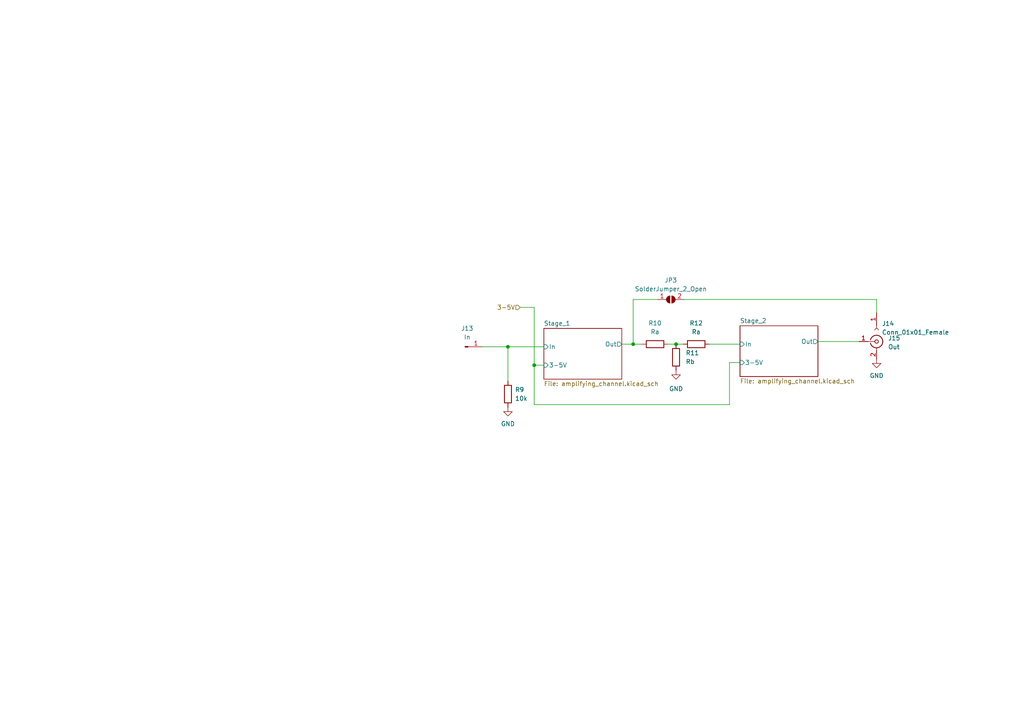
<source format=kicad_sch>
(kicad_sch (version 20211123) (generator eeschema)
  (paper "A4")
  (lib_symbols
    (symbol "Connector:Conn_01x01_Female" (pin_names (offset 1.016) hide)
      (property "Reference" "J" (at 0 2.54 0))
      (property "Value" "Conn_01x01_Female" (at 0 -2.54 0))
      (symbol "Conn_01x01_Female_1_1"
        (polyline (pts (xy -1.27 0) (xy -0.508 0)) (stroke (width 0.1524)))
        (arc (start 0 0.508) (mid -0.508 0) (end 0 -0.508) (stroke (width 0.1524)))
        (pin passive line (at -5.08 0 0) (length 3.81) (name "Pin_1") (number "1"))
      )
    )
    (symbol "Connector:Conn_01x01_Male" (pin_names (offset 1.016) hide)
      (property "Reference" "J" (at 0 2.54 0))
      (property "Value" "Conn_01x01_Male" (at 0 -2.54 0))
      (symbol "Conn_01x01_Male_1_1"
        (polyline (pts (xy 1.27 0) (xy 0.8636 0)) (stroke (width 0.1524)))
        (rectangle (start 0.8636 0.127) (end 0 -0.127) (stroke (width 0.1524)) (fill (type outline)))
        (pin passive line (at 5.08 0 180) (length 3.81) (name "Pin_1") (number "1"))
      )
    )
    (symbol "Connector:Conn_Coaxial" (pin_names (offset 1.016) hide)
      (property "Reference" "J" (at 0.254 3.048 0))
      (property "Value" "Conn_Coaxial" (at 2.921 0 90))
      (symbol "Conn_Coaxial_0_1"
        (arc (start -1.778 -0.508) (mid 0.2311 -1.8066) (end 1.778 0) (stroke (width 0.254)))
        (polyline (pts (xy -2.54 0) (xy -0.508 0)))
        (polyline (pts (xy 0 -2.54) (xy 0 -1.778)))
        (circle (center 0 0) (radius 0.508) (stroke (width 0.2032)))
        (arc (start 1.778 0) (mid 0.2099 1.8101) (end -1.778 0.508) (stroke (width 0.254)))
      )
      (symbol "Conn_Coaxial_1_1"
        (pin passive line (at -5.08 0 0) (length 2.54) (name "In") (number "1"))
        (pin passive line (at 0 -5.08 90) (length 2.54) (name "Ext") (number "2"))
      )
    )
    (symbol "Device:R" (pin_numbers hide) (pin_names (offset 0))
      (property "Reference" "R" (at 2.032 0 90))
      (property "Value" "R" (at 0 0 90))
      (symbol "R_0_1"
        (rectangle (start -1.016 -2.54) (end 1.016 2.54) (stroke (width 0.254)))
      )
      (symbol "R_1_1"
        (pin passive line (at 0 3.81 270) (length 1.27) (name "~") (number "1"))
        (pin passive line (at 0 -3.81 90) (length 1.27) (name "~") (number "2"))
      )
    )
    (symbol "Jumper:SolderJumper_2_Open" (pin_names (offset 0) hide)
      (property "Reference" "JP" (at 0 2.032 0))
      (property "Value" "SolderJumper_2_Open" (at 0 -2.54 0))
      (symbol "SolderJumper_2_Open_0_1"
        (arc (start -0.254 1.016) (mid -1.27 0) (end -0.254 -1.016))
        (arc (start -0.254 1.016) (mid -1.27 0) (end -0.254 -1.016) (fill (type outline)))
        (polyline (pts (xy -0.254 1.016) (xy -0.254 -1.016)))
        (polyline (pts (xy 0.254 1.016) (xy 0.254 -1.016)))
        (arc (start 0.254 -1.016) (mid 1.27 0) (end 0.254 1.016))
        (arc (start 0.254 -1.016) (mid 1.27 0) (end 0.254 1.016) (fill (type outline)))
      )
      (symbol "SolderJumper_2_Open_1_1"
        (pin passive line (at -3.81 0 0) (length 2.54) (name "A") (number "1"))
        (pin passive line (at 3.81 0 180) (length 2.54) (name "B") (number "2"))
      )
    )
    (symbol "power:GND" (power) (pin_names (offset 0))
      (property "Value" "GND" (at 0 -3.81 0))
      (symbol "GND_0_1"
        (polyline (pts (xy 0 0) (xy 0 -1.27) (xy 1.27 -1.27) (xy 0 -2.54) (xy -1.27 -1.27) (xy 0 -1.27)))
      )
      (symbol "GND_1_1"
        (pin power_in line (at 0 0 270) (length 0) hide (name "GND") (number "1"))
      )
    )
  )
  (junction (at 147.32 100.584))
  (junction (at 154.94 105.918))
  (junction (at 183.642 99.822))
  (junction (at 196.088 99.822))
  (wire (pts (xy 139.954 100.584) (xy 147.32 100.584)))
  (wire (pts (xy 193.802 99.822) (xy 196.088 99.822)))
  (wire (pts (xy 183.642 99.822) (xy 186.182 99.822)))
  (wire (pts (xy 190.754 86.868) (xy 183.642 86.868)))
  (wire (pts (xy 254.254 86.868) (xy 254.254 90.678)))
  (wire (pts (xy 214.63 105.156) (xy 211.582 105.156)))
  (wire (pts (xy 196.088 99.822) (xy 198.12 99.822)))
  (wire (pts (xy 147.32 100.584) (xy 147.32 110.49)))
  (wire (pts (xy 198.374 86.868) (xy 254.254 86.868)))
  (wire (pts (xy 154.94 105.918) (xy 154.94 117.348)))
  (wire (pts (xy 211.582 105.156) (xy 211.582 117.348)))
  (wire (pts (xy 157.734 100.584) (xy 147.32 100.584)))
  (wire (pts (xy 154.94 89.154) (xy 154.94 105.918)))
  (wire (pts (xy 183.642 86.868) (xy 183.642 99.822)))
  (wire (pts (xy 205.74 99.822) (xy 214.63 99.822)))
  (wire (pts (xy 180.34 99.822) (xy 183.642 99.822)))
  (wire (pts (xy 150.876 89.154) (xy 154.94 89.154)))
  (wire (pts (xy 237.236 99.06) (xy 249.174 99.06)))
  (wire (pts (xy 154.94 105.918) (xy 157.734 105.918)))
  (wire (pts (xy 211.582 117.348) (xy 154.94 117.348)))
  (hierarchical_label "3-5V" (shape input) (at 150.876 89.154 180))
  (symbol (lib_id "Connector:Conn_01x01_Male") (at 134.874 100.584 0) (unit 1)
    (property "Reference" "J13" (at 135.509 95.25 0))
    (property "Value" "In" (at 135.509 97.79 0))
    (property "Footprint" "chubut:MILL-MAX_0965-0-15-20-80-14-11-0" (effects hide))
    (property "Datasheet" "https://www.mill-max.com/products/pin/0965/0965-0-15-20-80-14-11-0?s_term=0965-0-15-20-80-14-11-0&s_type=Quick%2FProduct%2FPart+Number+Search" (effects hide))
    (property "Manufacturer number" "0965-0-15-20-80-14-11-0" (effects hide))
    (property "Manufacturer" "Mill-Max Manufacturing Corp." (effects hide))
  )
  (symbol (lib_id "Connector:Conn_Coaxial") (at 254.254 99.06 0) (unit 1)
    (property "Reference" "J15" (at 257.556 98.0831 0) (effects (justify left)))
    (property "Value" "Out" (at 257.556 100.6231 0) (effects (justify left)))
    (property "Footprint" "chubut:MMCX-J-P-H-RA-TH1" (effects hide))
    (property "Datasheet" "http://suddendocs.samtec.com/catalog_english/mmcx.pdf" (effects hide))
    (property "Manufacturer number" "MMCX-J-P-H-RA-TH1" (effects hide))
    (property "Manufacturer" "Samtec Inc." (effects hide))
    (property "Digikey" "https://www.digikey.ch/short/n387fprw" (effects hide))
  )
  (symbol (lib_id "Device:R") (at 147.32 114.3 0) (unit 1)
    (property "Reference" "R9" (at 149.352 113.0299 0) (effects (justify left)))
    (property "Value" "10k" (at 149.352 115.5699 0) (effects (justify left)))
    (property "Footprint" "Resistor_SMD:R_0402_1005Metric" (effects hide))
  )
  (symbol (lib_id "Connector:Conn_01x01_Female") (at 254.254 95.758 270) (unit 1)
    (property "Reference" "J14" (at 255.778 93.8529 90) (effects (justify left)))
    (property "Value" "Conn_01x01_Female" (at 255.778 96.3929 90) (effects (justify left)))
    (property "Footprint" "chubut:just_a_pad" (effects hide))
  )
  (symbol (lib_id "Device:R") (at 196.088 103.632 180) (unit 1)
    (property "Reference" "R11" (at 198.882 102.3619 0) (effects (justify right)))
    (property "Value" "Rb" (at 198.882 104.9019 0) (effects (justify right)))
    (property "Footprint" "Resistor_SMD:R_0402_1005Metric" (effects hide))
  )
  (symbol (lib_id "Device:R") (at 189.992 99.822 90) (unit 1)
    (property "Reference" "R10" (at 189.992 93.726 90))
    (property "Value" "Ra" (at 189.992 96.266 90))
    (property "Footprint" "Resistor_SMD:R_0402_1005Metric" (effects hide))
  )
  (symbol (lib_id "Device:R") (at 201.93 99.822 90) (unit 1)
    (property "Reference" "R12" (at 201.93 93.726 90))
    (property "Value" "Ra" (at 201.93 96.266 90))
    (property "Footprint" "Resistor_SMD:R_0402_1005Metric" (effects hide))
  )
  (symbol (lib_id "power:GND") (at 147.32 118.11 0) (unit 1)
    (property "Reference" "#PWR052" (effects hide))
    (property "Value" "GND" (at 147.32 122.936 0))
  )
  (symbol (lib_id "power:GND") (at 196.088 107.442 0) (unit 1)
    (property "Reference" "#PWR053" (effects hide))
    (property "Value" "GND" (at 196.088 112.776 0))
  )
  (symbol (lib_id "power:GND") (at 254.254 104.14 0) (unit 1)
    (property "Reference" "#PWR054" (effects hide))
    (property "Value" "GND" (at 254.254 108.966 0))
  )
  (symbol (lib_id "Jumper:SolderJumper_2_Open") (at 194.564 86.868 0) (unit 1)
    (property "Reference" "JP3" (at 194.564 81.28 0))
    (property "Value" "SolderJumper_2_Open" (at 194.564 83.82 0))
    (property "Footprint" "Jumper:SolderJumper-2_P1.3mm_Open_RoundedPad1.0x1.5mm" (effects hide))
  )
  (sheet (at 157.734 95.25) (size 22.606 14.732) (stroke (width 0.1524))
    (property "Sheet name" "Stage_1" (at 157.734 94.5384 0) (effects (justify left bottom)))
    (property "Sheet file" "amplifying_channel.kicad_sch" (at 157.734 110.5666 0) (effects (justify left top)))
    (pin "Out" output (at 180.34 99.822 0))
    (pin "In" input (at 157.734 100.584 180))
    (pin "3-5V" input (at 157.734 105.918 180))
  )
  (sheet (at 214.63 94.488) (size 22.606 14.732) (stroke (width 0.1524))
    (property "Sheet name" "Stage_2" (at 214.63 93.7764 0) (effects (justify left bottom)))
    (property "Sheet file" "amplifying_channel.kicad_sch" (at 214.63 109.8046 0) (effects (justify left top)))
    (pin "Out" output (at 237.236 99.06 0))
    (pin "In" input (at 214.63 99.822 180))
    (pin "3-5V" input (at 214.63 105.156 180))
  )
)
</source>
